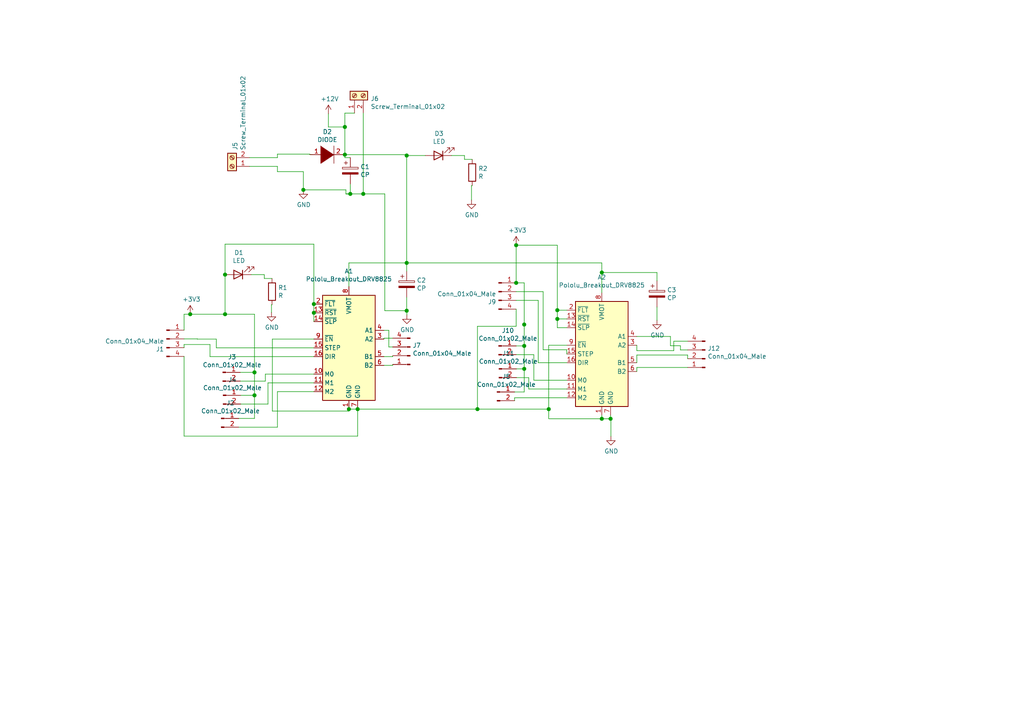
<source format=kicad_sch>
(kicad_sch (version 20200828) (generator eeschema)
  (page 1 1)
  (paper "A4")
  (lib_symbols
    (symbol "Connector:Conn_01x02_Male" (pin_names (offset 1.016) hide)
      (property "Reference" "J" (at 0 2.54 0))
      (property "Value" "Conn_01x02_Male" (at 0 -5.08 0))
      (symbol "Conn_01x02_Male_1_1"
        (rectangle (start 0.8636 -2.413) (end 0 -2.667) (stroke (width 0.1524)) (fill (type outline)))
        (rectangle (start 0.8636 0.127) (end 0 -0.127) (stroke (width 0.1524)) (fill (type outline)))
        (polyline (pts (xy 1.27 -2.54) (xy 0.8636 -2.54)) (stroke (width 0.1524)))
        (polyline (pts (xy 1.27 0) (xy 0.8636 0)) (stroke (width 0.1524)))
        (pin passive line (at 5.08 0 180) (length 3.81) (name "Pin_1") (number "1"))
        (pin passive line (at 5.08 -2.54 180) (length 3.81) (name "Pin_2") (number "2"))
      )
    )
    (symbol "Connector:Conn_01x04_Male" (pin_names (offset 1.016) hide)
      (property "Reference" "J" (at 0 5.08 0))
      (property "Value" "Conn_01x04_Male" (at 0 -7.62 0))
      (symbol "Conn_01x04_Male_1_1"
        (rectangle (start 0.8636 -4.953) (end 0 -5.207) (stroke (width 0.1524)) (fill (type outline)))
        (rectangle (start 0.8636 -2.413) (end 0 -2.667) (stroke (width 0.1524)) (fill (type outline)))
        (rectangle (start 0.8636 0.127) (end 0 -0.127) (stroke (width 0.1524)) (fill (type outline)))
        (rectangle (start 0.8636 2.667) (end 0 2.413) (stroke (width 0.1524)) (fill (type outline)))
        (polyline (pts (xy 1.27 -5.08) (xy 0.8636 -5.08)) (stroke (width 0.1524)))
        (polyline (pts (xy 1.27 -2.54) (xy 0.8636 -2.54)) (stroke (width 0.1524)))
        (polyline (pts (xy 1.27 0) (xy 0.8636 0)) (stroke (width 0.1524)))
        (polyline (pts (xy 1.27 2.54) (xy 0.8636 2.54)) (stroke (width 0.1524)))
        (pin passive line (at 5.08 2.54 180) (length 3.81) (name "Pin_1") (number "1"))
        (pin passive line (at 5.08 0 180) (length 3.81) (name "Pin_2") (number "2"))
        (pin passive line (at 5.08 -2.54 180) (length 3.81) (name "Pin_3") (number "3"))
        (pin passive line (at 5.08 -5.08 180) (length 3.81) (name "Pin_4") (number "4"))
      )
    )
    (symbol "Connector:Screw_Terminal_01x02" (pin_names (offset 1.016) hide)
      (property "Reference" "J" (at 0 2.54 0))
      (property "Value" "Screw_Terminal_01x02" (at 0 -5.08 0))
      (symbol "Screw_Terminal_01x02_1_1"
        (circle (center 0 -2.54) (radius 0.635) (stroke (width 0.1524)))
        (circle (center 0 0) (radius 0.635) (stroke (width 0.1524)))
        (rectangle (start -1.27 1.27) (end 1.27 -3.81) (stroke (width 0.254)) (fill (type background)))
        (polyline (pts (xy -0.5334 -2.2098) (xy 0.3302 -3.048)) (stroke (width 0.1524)))
        (polyline (pts (xy -0.5334 0.3302) (xy 0.3302 -0.508)) (stroke (width 0.1524)))
        (polyline (pts (xy -0.3556 -2.032) (xy 0.508 -2.8702)) (stroke (width 0.1524)))
        (polyline (pts (xy -0.3556 0.508) (xy 0.508 -0.3302)) (stroke (width 0.1524)))
        (pin passive line (at -5.08 0 0) (length 3.81) (name "Pin_1") (number "1"))
        (pin passive line (at -5.08 -2.54 0) (length 3.81) (name "Pin_2") (number "2"))
      )
    )
    (symbol "Device:CP" (pin_numbers hide) (pin_names (offset 0.254))
      (property "Reference" "C" (at 0.635 2.54 0))
      (property "Value" "CP" (at 0.635 -2.54 0))
      (symbol "CP_0_1"
        (rectangle (start -2.286 0.508) (end 2.286 1.016))
        (rectangle (start 2.286 -0.508) (end -2.286 -1.016) (fill (type outline)))
        (polyline (pts (xy -1.778 2.286) (xy -0.762 2.286)))
        (polyline (pts (xy -1.27 2.794) (xy -1.27 1.778)))
      )
      (symbol "CP_1_1"
        (pin passive line (at 0 3.81 270) (length 2.794) (name "~") (number "1"))
        (pin passive line (at 0 -3.81 90) (length 2.794) (name "~") (number "2"))
      )
    )
    (symbol "Device:LED" (pin_numbers hide) (pin_names (offset 1.016) hide)
      (property "Reference" "D" (at 0 2.54 0))
      (property "Value" "LED" (at 0 -2.54 0))
      (symbol "LED_0_1"
        (polyline (pts (xy -1.27 -1.27) (xy -1.27 1.27)) (stroke (width 0.254)))
        (polyline (pts (xy -1.27 0) (xy 1.27 0)))
        (polyline (pts (xy 1.27 -1.27) (xy 1.27 1.27) (xy -1.27 0) (xy 1.27 -1.27)) (stroke (width 0.254)))
        (polyline (pts (xy -3.048 -0.762) (xy -4.572 -2.286) (xy -3.81 -2.286) (xy -4.572 -2.286) (xy -4.572 -1.524)))
        (polyline (pts (xy -1.778 -0.762) (xy -3.302 -2.286) (xy -2.54 -2.286) (xy -3.302 -2.286) (xy -3.302 -1.524)))
      )
      (symbol "LED_1_1"
        (pin passive line (at -3.81 0 0) (length 2.54) (name "K") (number "1"))
        (pin passive line (at 3.81 0 180) (length 2.54) (name "A") (number "2"))
      )
    )
    (symbol "Device:R" (pin_numbers hide) (pin_names (offset 0))
      (property "Reference" "R" (at 2.032 0 90))
      (property "Value" "R" (at 0 0 90))
      (symbol "R_0_1"
        (rectangle (start -1.016 -2.54) (end 1.016 2.54) (stroke (width 0.254)))
      )
      (symbol "R_1_1"
        (pin passive line (at 0 3.81 270) (length 1.27) (name "~") (number "1"))
        (pin passive line (at 0 -3.81 90) (length 1.27) (name "~") (number "2"))
      )
    )
    (symbol "Driver_Motor:Pololu_Breakout_DRV8825"
      (property "Reference" "A" (at -2.54 16.51 0))
      (property "Value" "Pololu_Breakout_DRV8825" (at -2.54 13.97 0))
      (symbol "Pololu_Breakout_DRV8825_0_1"
        (rectangle (start 7.62 -17.78) (end -7.62 12.7) (stroke (width 0.254)) (fill (type background)))
      )
      (symbol "Pololu_Breakout_DRV8825_1_1"
        (pin power_in line (at 0 -20.32 90) (length 2.54) (name "GND") (number "1"))
        (pin input line (at -10.16 -10.16 0) (length 2.54) (name "M0") (number "10"))
        (pin input line (at -10.16 -12.7 0) (length 2.54) (name "M1") (number "11"))
        (pin input line (at -10.16 -15.24 0) (length 2.54) (name "M2") (number "12"))
        (pin input line (at -10.16 7.62 0) (length 2.54) (name "~RST") (number "13"))
        (pin input line (at -10.16 5.08 0) (length 2.54) (name "~SLP") (number "14"))
        (pin input line (at -10.16 -2.54 0) (length 2.54) (name "STEP") (number "15"))
        (pin input line (at -10.16 -5.08 0) (length 2.54) (name "DIR") (number "16"))
        (pin output line (at -10.16 10.16 0) (length 2.54) (name "~FLT") (number "2"))
        (pin output line (at 10.16 0 180) (length 2.54) (name "A2") (number "3"))
        (pin output line (at 10.16 2.54 180) (length 2.54) (name "A1") (number "4"))
        (pin output line (at 10.16 -5.08 180) (length 2.54) (name "B1") (number "5"))
        (pin output line (at 10.16 -7.62 180) (length 2.54) (name "B2") (number "6"))
        (pin power_in line (at 2.54 -20.32 90) (length 2.54) (name "GND") (number "7"))
        (pin power_in line (at 0 15.24 270) (length 2.54) (name "VMOT") (number "8"))
        (pin input line (at -10.16 0 0) (length 2.54) (name "~EN") (number "9"))
      )
    )
    (symbol "power:+12V" (power) (pin_names (offset 0))
      (property "Value" "+12V" (at 0 3.556 0))
      (symbol "+12V_0_1"
        (polyline (pts (xy -0.762 1.27) (xy 0 2.54)))
        (polyline (pts (xy 0 0) (xy 0 2.54)))
        (polyline (pts (xy 0 2.54) (xy 0.762 1.27)))
      )
      (symbol "+12V_1_1"
        (pin power_in line (at 0 0 90) (length 0) hide (name "+12V") (number "1"))
      )
    )
    (symbol "power:+3V3" (power) (pin_names (offset 0))
      (property "Value" "+3V3" (at 0 3.556 0))
      (symbol "+3V3_0_1"
        (polyline (pts (xy -0.762 1.27) (xy 0 2.54)))
        (polyline (pts (xy 0 0) (xy 0 2.54)))
        (polyline (pts (xy 0 2.54) (xy 0.762 1.27)))
      )
      (symbol "+3V3_1_1"
        (pin power_in line (at 0 0 90) (length 0) hide (name "+3V3") (number "1"))
      )
    )
    (symbol "power:GND" (power) (pin_names (offset 0))
      (property "Value" "GND" (at 0 -3.81 0))
      (symbol "GND_0_1"
        (polyline (pts (xy 0 0) (xy 0 -1.27) (xy 1.27 -1.27) (xy 0 -2.54) (xy -1.27 -1.27) (xy 0 -1.27)))
      )
      (symbol "GND_1_1"
        (pin power_in line (at 0 0 270) (length 0) hide (name "GND") (number "1"))
      )
    )
    (symbol "pspice:DIODE" (pin_names (offset 1.016) hide)
      (property "Reference" "D" (at 0 3.81 0))
      (property "Value" "DIODE" (at 0 -4.445 0))
      (symbol "DIODE_0_1"
        (polyline (pts (xy 1.905 2.54) (xy 1.905 -2.54)))
        (polyline (pts (xy -1.905 2.54) (xy -1.905 -2.54) (xy 1.905 0)) (fill (type outline)))
      )
      (symbol "DIODE_1_1"
        (pin input line (at -5.08 0 0) (length 3.81) (name "K") (number "1"))
        (pin input line (at 5.08 0 180) (length 3.81) (name "A") (number "2"))
      )
    )
  )
  (junction (at 55.1688 91.1352) (diameter 1.016))
  (junction (at 65.278 79.6544) (diameter 1.016))
  (junction (at 65.278 91.1352) (diameter 1.016))
  (junction (at 73.8124 108.0008) (diameter 1.016))
  (junction (at 73.8124 114.6556) (diameter 1.016))
  (junction (at 87.9856 55.0672) (diameter 1.016))
  (junction (at 91.0336 88.1888) (diameter 1.016))
  (junction (at 91.0336 90.7288) (diameter 1.016))
  (junction (at 100.0252 36.83) (diameter 1.016))
  (junction (at 100.0252 44.8564) (diameter 1.016))
  (junction (at 101.1936 118.6688) (diameter 1.016))
  (junction (at 101.6 56.2356) (diameter 1.016))
  (junction (at 103.7336 118.6688) (diameter 1.016))
  (junction (at 105.3592 56.2356) (diameter 1.016))
  (junction (at 117.9576 45.1104) (diameter 1.016))
  (junction (at 117.9576 76.2508) (diameter 1.016))
  (junction (at 117.9576 90.1192) (diameter 1.016))
  (junction (at 138.4808 118.6688) (diameter 1.016))
  (junction (at 149.7076 71.12) (diameter 1.016))
  (junction (at 149.7076 82.042) (diameter 1.016))
  (junction (at 152.0444 94.1324) (diameter 1.016))
  (junction (at 152.0444 100.33) (diameter 1.016))
  (junction (at 152.0444 106.9848) (diameter 1.016))
  (junction (at 159.1564 118.6688) (diameter 1.016))
  (junction (at 161.6456 89.9668) (diameter 1.016))
  (junction (at 161.6456 92.5068) (diameter 1.016))
  (junction (at 174.5488 79.0448) (diameter 1.016))
  (junction (at 174.5488 121.4628) (diameter 1.016))
  (junction (at 177.0888 121.4628) (diameter 1.016))
  (wire (pts (xy 53.3908 91.1352) (xy 55.1688 91.1352)))
  (wire (pts (xy 53.3908 95.758) (xy 53.3908 91.1352)))
  (wire (pts (xy 53.3908 98.298) (xy 57.2516 98.298)))
  (wire (pts (xy 53.3908 99.9236) (xy 53.3908 100.838)))
  (wire (pts (xy 53.3908 99.9236) (xy 60.9092 99.9236)))
  (wire (pts (xy 53.3908 103.378) (xy 53.3908 126.492)))
  (wire (pts (xy 53.3908 126.492) (xy 103.7336 126.492)))
  (wire (pts (xy 55.1688 91.1352) (xy 65.278 91.1352)))
  (wire (pts (xy 57.2516 98.298) (xy 57.2516 98.3488)))
  (wire (pts (xy 57.2516 98.3488) (xy 62.738 98.3488)))
  (wire (pts (xy 60.9092 103.4288) (xy 60.9092 99.9236)))
  (wire (pts (xy 62.738 100.8888) (xy 62.738 98.3488)))
  (wire (pts (xy 65.278 70.8152) (xy 65.278 79.6544)))
  (wire (pts (xy 65.278 79.6544) (xy 65.278 91.1352)))
  (wire (pts (xy 65.278 91.1352) (xy 73.8124 91.1352)))
  (wire (pts (xy 69.2404 121.3612) (xy 73.8124 121.3612)))
  (wire (pts (xy 69.6976 108.0008) (xy 73.8124 108.0008)))
  (wire (pts (xy 69.7992 114.6556) (xy 73.8124 114.6556)))
  (wire (pts (xy 69.7992 117.1956) (xy 77.724 117.1956)))
  (wire (pts (xy 72.39 45.72) (xy 80.4672 45.72)))
  (wire (pts (xy 72.898 79.6544) (xy 76.6572 79.6544)))
  (wire (pts (xy 73.8124 91.1352) (xy 73.8124 108.0008)))
  (wire (pts (xy 73.8124 108.0008) (xy 73.8124 114.6556)))
  (wire (pts (xy 73.8124 114.6556) (xy 73.8124 121.3612)))
  (wire (pts (xy 76.6572 79.6544) (xy 76.6572 80.772)))
  (wire (pts (xy 76.962 108.5088) (xy 76.962 110.5408)))
  (wire (pts (xy 76.962 110.5408) (xy 69.6976 110.5408)))
  (wire (pts (xy 77.724 111.0488) (xy 91.0336 111.0488)))
  (wire (pts (xy 77.724 117.1956) (xy 77.724 111.0488)))
  (wire (pts (xy 78.74 88.392) (xy 78.8924 88.392)))
  (wire (pts (xy 78.74 90.6272) (xy 78.74 88.392)))
  (wire (pts (xy 78.8924 80.772) (xy 76.6572 80.772)))
  (wire (pts (xy 78.994 98.3488) (xy 78.994 119.2276)))
  (wire (pts (xy 78.994 119.2276) (xy 101.1936 119.2276)))
  (wire (pts (xy 80.4672 44.704) (xy 89.8652 44.704)))
  (wire (pts (xy 80.4672 45.72) (xy 80.4672 44.704)))
  (wire (pts (xy 80.4672 48.26) (xy 72.39 48.26)))
  (wire (pts (xy 80.4672 49.784) (xy 80.4672 48.26)))
  (wire (pts (xy 80.4672 49.784) (xy 87.9856 49.784)))
  (wire (pts (xy 80.4672 113.5888) (xy 80.4672 123.9012)))
  (wire (pts (xy 80.4672 123.9012) (xy 69.2404 123.9012)))
  (wire (pts (xy 87.9856 49.784) (xy 87.9856 55.0672)))
  (wire (pts (xy 87.9856 55.0672) (xy 100.33 55.0672)))
  (wire (pts (xy 89.8652 44.704) (xy 89.8652 44.8564)))
  (wire (pts (xy 90.5764 44.8564) (xy 89.8652 44.8564)))
  (wire (pts (xy 91.0336 70.8152) (xy 65.278 70.8152)))
  (wire (pts (xy 91.0336 88.1888) (xy 91.0336 70.8152)))
  (wire (pts (xy 91.0336 88.1888) (xy 91.0336 90.7288)))
  (wire (pts (xy 91.0336 90.7288) (xy 91.0336 93.2688)))
  (wire (pts (xy 91.0336 98.3488) (xy 78.994 98.3488)))
  (wire (pts (xy 91.0336 100.8888) (xy 62.738 100.8888)))
  (wire (pts (xy 91.0336 103.4288) (xy 60.9092 103.4288)))
  (wire (pts (xy 91.0336 108.5088) (xy 76.962 108.5088)))
  (wire (pts (xy 91.0336 113.5888) (xy 80.4672 113.5888)))
  (wire (pts (xy 95.25 33.02) (xy 95.25 36.83)))
  (wire (pts (xy 95.25 36.83) (xy 100.0252 36.83)))
  (wire (pts (xy 100.0252 32.8168) (xy 102.8192 32.8168)))
  (wire (pts (xy 100.0252 36.83) (xy 100.0252 32.8168)))
  (wire (pts (xy 100.0252 44.8564) (xy 100.0252 36.83)))
  (wire (pts (xy 100.0252 44.8564) (xy 117.9576 44.8564)))
  (wire (pts (xy 100.0252 45.72) (xy 100.0252 44.8564)))
  (wire (pts (xy 100.33 56.2356) (xy 100.33 55.0672)))
  (wire (pts (xy 101.1936 76.2508) (xy 117.9576 76.2508)))
  (wire (pts (xy 101.1936 83.1088) (xy 101.1936 76.2508)))
  (wire (pts (xy 101.1936 118.6688) (xy 103.7336 118.6688)))
  (wire (pts (xy 101.1936 119.2276) (xy 101.1936 118.6688)))
  (wire (pts (xy 101.6 45.72) (xy 100.0252 45.72)))
  (wire (pts (xy 101.6 53.34) (xy 101.6 56.2356)))
  (wire (pts (xy 101.6 56.2356) (xy 100.33 56.2356)))
  (wire (pts (xy 101.6 56.2356) (xy 100.33 56.2356)))
  (wire (pts (xy 103.7336 118.6688) (xy 138.4808 118.6688)))
  (wire (pts (xy 103.7336 126.492) (xy 103.7336 118.6688)))
  (wire (pts (xy 105.3592 32.8168) (xy 105.3592 56.2356)))
  (wire (pts (xy 105.3592 56.2356) (xy 101.6 56.2356)))
  (wire (pts (xy 105.3592 56.2356) (xy 111.6076 56.2356)))
  (wire (pts (xy 111.3536 98.0948) (xy 111.3536 98.3488)))
  (wire (pts (xy 111.3536 103.4288) (xy 113.8936 103.4288)))
  (wire (pts (xy 111.3536 105.9688) (xy 113.8936 105.9688)))
  (wire (pts (xy 111.6076 56.2356) (xy 111.6076 90.1192)))
  (wire (pts (xy 111.6076 90.1192) (xy 117.9576 90.1192)))
  (wire (pts (xy 112.776 95.8088) (xy 111.3536 95.8088)))
  (wire (pts (xy 112.776 95.8088) (xy 112.776 100.6348)))
  (wire (pts (xy 112.776 100.6348) (xy 113.8936 100.6348)))
  (wire (pts (xy 113.8936 98.0948) (xy 111.3536 98.0948)))
  (wire (pts (xy 113.8936 103.4288) (xy 113.8936 103.1748)))
  (wire (pts (xy 113.8936 105.9688) (xy 113.8936 105.7148)))
  (wire (pts (xy 117.9576 44.8564) (xy 117.9576 45.1104)))
  (wire (pts (xy 117.9576 45.1104) (xy 117.9576 76.2508)))
  (wire (pts (xy 117.9576 76.2508) (xy 117.9576 78.6384)))
  (wire (pts (xy 117.9576 76.2508) (xy 174.5488 76.2508)))
  (wire (pts (xy 117.9576 86.2584) (xy 117.9576 90.1192)))
  (wire (pts (xy 118.0084 90.1192) (xy 117.9576 90.1192)))
  (wire (pts (xy 118.0084 91.3384) (xy 118.0084 90.1192)))
  (wire (pts (xy 123.3424 45.1104) (xy 117.9576 45.1104)))
  (wire (pts (xy 130.9624 45.1104) (xy 134.7216 45.1104)))
  (wire (pts (xy 134.7216 45.1104) (xy 134.7216 46.228)))
  (wire (pts (xy 136.7536 53.848) (xy 136.9568 53.848)))
  (wire (pts (xy 136.7536 58.0136) (xy 136.7536 53.848)))
  (wire (pts (xy 136.9568 46.228) (xy 134.7216 46.228)))
  (wire (pts (xy 138.4808 94.6404) (xy 138.4808 118.6688)))
  (wire (pts (xy 138.4808 118.6688) (xy 159.1564 118.6688)))
  (wire (pts (xy 149.2504 113.6904) (xy 152.0444 113.6904)))
  (wire (pts (xy 149.2504 115.3668) (xy 149.2504 116.2304)))
  (wire (pts (xy 149.7076 71.12) (xy 149.7076 82.042)))
  (wire (pts (xy 149.7076 87.122) (xy 156.1084 87.122)))
  (wire (pts (xy 149.7076 89.662) (xy 149.7076 94.6404)))
  (wire (pts (xy 149.7076 94.6404) (xy 138.4808 94.6404)))
  (wire (pts (xy 149.7076 100.33) (xy 152.0444 100.33)))
  (wire (pts (xy 149.8092 106.9848) (xy 152.0444 106.9848)))
  (wire (pts (xy 151.9936 94.1324) (xy 152.0444 94.1324)))
  (wire (pts (xy 152.0444 82.042) (xy 149.7076 82.042)))
  (wire (pts (xy 152.0444 94.1324) (xy 152.0444 82.042)))
  (wire (pts (xy 152.0444 100.33) (xy 152.0444 94.1324)))
  (wire (pts (xy 152.0444 106.9848) (xy 152.0444 100.33)))
  (wire (pts (xy 152.0444 113.6904) (xy 152.0444 106.9848)))
  (wire (pts (xy 153.3652 109.5248) (xy 149.8092 109.5248)))
  (wire (pts (xy 153.3652 112.8268) (xy 153.3652 109.5248)))
  (wire (pts (xy 153.3652 112.8268) (xy 164.3888 112.8268)))
  (wire (pts (xy 154.8384 102.87) (xy 149.7076 102.87)))
  (wire (pts (xy 154.8384 110.2868) (xy 154.8384 102.87)))
  (wire (pts (xy 156.1084 87.122) (xy 156.1084 105.2068)))
  (wire (pts (xy 156.1084 105.2068) (xy 164.3888 105.2068)))
  (wire (pts (xy 157.5308 84.582) (xy 149.7076 84.582)))
  (wire (pts (xy 157.5308 101.4476) (xy 157.5308 84.582)))
  (wire (pts (xy 159.1564 100.1268) (xy 159.1564 118.6688)))
  (wire (pts (xy 159.1564 118.6688) (xy 159.1564 121.4628)))
  (wire (pts (xy 159.1564 121.4628) (xy 174.5488 121.4628)))
  (wire (pts (xy 161.6456 71.12) (xy 149.7076 71.12)))
  (wire (pts (xy 161.6456 89.9668) (xy 161.6456 71.12)))
  (wire (pts (xy 161.6456 89.9668) (xy 161.6456 92.5068)))
  (wire (pts (xy 161.6456 92.5068) (xy 164.3888 92.5068)))
  (wire (pts (xy 161.6456 95.0468) (xy 161.6456 92.5068)))
  (wire (pts (xy 164.3888 89.9668) (xy 161.6456 89.9668)))
  (wire (pts (xy 164.3888 95.0468) (xy 161.6456 95.0468)))
  (wire (pts (xy 164.3888 100.1268) (xy 159.1564 100.1268)))
  (wire (pts (xy 164.3888 101.4476) (xy 157.5308 101.4476)))
  (wire (pts (xy 164.3888 102.6668) (xy 164.3888 101.4476)))
  (wire (pts (xy 164.3888 110.2868) (xy 154.8384 110.2868)))
  (wire (pts (xy 164.3888 115.3668) (xy 149.2504 115.3668)))
  (wire (pts (xy 174.5488 79.0448) (xy 174.5488 76.2508)))
  (wire (pts (xy 174.5488 79.0448) (xy 174.5488 84.8868)))
  (wire (pts (xy 174.5488 79.0448) (xy 190.5508 79.0448)))
  (wire (pts (xy 174.5488 120.4468) (xy 174.5488 121.4628)))
  (wire (pts (xy 174.5488 121.4628) (xy 177.0888 121.4628)))
  (wire (pts (xy 177.0888 120.4468) (xy 177.0888 121.4628)))
  (wire (pts (xy 177.1904 121.4628) (xy 177.0888 121.4628)))
  (wire (pts (xy 177.1904 126.5428) (xy 177.1904 121.4628)))
  (wire (pts (xy 184.7088 100.1268) (xy 184.7088 101.7016)))
  (wire (pts (xy 184.7088 101.7016) (xy 195.4276 101.7016)))
  (wire (pts (xy 184.7088 102.9716) (xy 184.7088 105.2068)))
  (wire (pts (xy 184.7088 102.9716) (xy 199.4408 102.9716)))
  (wire (pts (xy 184.7088 106.5784) (xy 184.7088 107.7468)))
  (wire (pts (xy 190.5508 79.0448) (xy 190.5508 81.4324)))
  (wire (pts (xy 190.5508 89.0524) (xy 190.5508 92.9132)))
  (wire (pts (xy 194.4624 97.5868) (xy 184.7088 97.5868)))
  (wire (pts (xy 194.4624 100.2792) (xy 194.4624 97.5868)))
  (wire (pts (xy 195.4276 98.9584) (xy 199.4408 98.9584)))
  (wire (pts (xy 195.4276 101.7016) (xy 195.4276 98.9584)))
  (wire (pts (xy 197.358 100.2792) (xy 194.4624 100.2792)))
  (wire (pts (xy 197.358 101.4984) (xy 197.358 100.2792)))
  (wire (pts (xy 199.4408 101.4984) (xy 197.358 101.4984)))
  (wire (pts (xy 199.4408 102.9716) (xy 199.4408 104.0384)))
  (wire (pts (xy 199.4408 106.5784) (xy 184.7088 106.5784)))
  (symbol (lib_id "power:+3V3") (at 55.1688 91.1352 0) (unit 1)
    (property "Reference" "#PWR0104" (effects hide))
    (property "Value" "+3V3" (at 55.5371 86.8108 0))
  )
  (symbol (lib_id "power:+12V") (at 95.25 33.02 0) (unit 1)
    (property "Reference" "#PWR0108" (effects hide))
    (property "Value" "+12V" (at 95.6183 28.6956 0))
  )
  (symbol (lib_id "power:+3V3") (at 149.7076 71.12 0) (unit 1)
    (property "Reference" "#PWR0105" (effects hide))
    (property "Value" "+3V3" (at 150.0759 66.7956 0))
  )
  (symbol (lib_id "power:GND") (at 78.74 90.6272 0) (unit 1)
    (property "Reference" "#PWR0103" (effects hide))
    (property "Value" "GND" (at 78.8543 94.9516 0))
  )
  (symbol (lib_id "power:GND") (at 87.9856 55.0672 0) (unit 1)
    (property "Reference" "#PWR0107" (effects hide))
    (property "Value" "GND" (at 88.0999 59.3916 0))
  )
  (symbol (lib_id "power:GND") (at 118.0084 91.3384 0) (unit 1)
    (property "Reference" "#PWR0102" (effects hide))
    (property "Value" "GND" (at 118.1227 95.6628 0))
  )
  (symbol (lib_id "power:GND") (at 136.7536 58.0136 0) (unit 1)
    (property "Reference" "#PWR0106" (effects hide))
    (property "Value" "GND" (at 136.8679 62.338 0))
  )
  (symbol (lib_id "power:GND") (at 177.1904 126.5428 0) (unit 1)
    (property "Reference" "#PWR0109" (effects hide))
    (property "Value" "GND" (at 177.3047 130.8672 0))
  )
  (symbol (lib_id "power:GND") (at 190.5508 92.9132 0) (unit 1)
    (property "Reference" "#PWR0101" (effects hide))
    (property "Value" "GND" (at 190.6651 97.2376 0))
  )
  (symbol (lib_id "Device:R") (at 78.8924 84.582 0) (unit 1)
    (property "Reference" "R1" (at 80.6705 83.4326 0) (effects (justify left)))
    (property "Value" "R" (at 80.6705 85.7313 0) (effects (justify left)))
    (property "Footprint" "Resistor_SMD:R_0805_2012Metric_Pad1.15x1.40mm_HandSolder" (effects hide))
  )
  (symbol (lib_id "Device:R") (at 136.9568 50.038 0) (unit 1)
    (property "Reference" "R2" (at 138.7349 48.8886 0) (effects (justify left)))
    (property "Value" "R" (at 138.7349 51.1873 0) (effects (justify left)))
    (property "Footprint" "Resistor_SMD:R_0805_2012Metric_Pad1.15x1.40mm_HandSolder" (effects hide))
  )
  (symbol (lib_id "Connector:Conn_01x02_Male") (at 64.1604 121.3612 0) (unit 1)
    (property "Reference" "J2" (at 66.8528 116.897 0))
    (property "Value" "Conn_01x02_Male" (at 66.8528 119.1957 0))
    (property "Footprint" "Connector_PinSocket_2.54mm:PinSocket_1x02_P2.54mm_Vertical" (effects hide))
  )
  (symbol (lib_id "Connector:Conn_01x02_Male") (at 64.6176 108.0008 0) (unit 1)
    (property "Reference" "J3" (at 67.31 103.5366 0))
    (property "Value" "Conn_01x02_Male" (at 67.31 105.8353 0))
    (property "Footprint" "Connector_PinSocket_2.54mm:PinSocket_1x02_P2.54mm_Vertical" (effects hide))
  )
  (symbol (lib_id "Connector:Conn_01x02_Male") (at 64.7192 114.6556 0) (unit 1)
    (property "Reference" "J4" (at 67.4116 110.1914 0))
    (property "Value" "Conn_01x02_Male" (at 67.4116 112.4901 0))
    (property "Footprint" "Connector_PinSocket_2.54mm:PinSocket_1x02_P2.54mm_Vertical" (effects hide))
  )
  (symbol (lib_id "Connector:Conn_01x02_Male") (at 144.1704 113.6904 0) (unit 1)
    (property "Reference" "J8" (at 146.8628 109.2262 0))
    (property "Value" "Conn_01x02_Male" (at 146.8628 111.5249 0))
    (property "Footprint" "Connector_PinSocket_2.54mm:PinSocket_1x02_P2.54mm_Vertical" (effects hide))
  )
  (symbol (lib_id "Connector:Conn_01x02_Male") (at 144.6276 100.33 0) (unit 1)
    (property "Reference" "J10" (at 147.32 95.8658 0))
    (property "Value" "Conn_01x02_Male" (at 147.32 98.1645 0))
    (property "Footprint" "Connector_PinSocket_2.54mm:PinSocket_1x02_P2.54mm_Vertical" (effects hide))
  )
  (symbol (lib_id "Connector:Conn_01x02_Male") (at 144.7292 106.9848 0) (unit 1)
    (property "Reference" "J11" (at 147.4216 102.5206 0))
    (property "Value" "Conn_01x02_Male" (at 147.4216 104.8193 0))
    (property "Footprint" "Connector_PinSocket_2.54mm:PinSocket_1x02_P2.54mm_Vertical" (effects hide))
  )
  (symbol (lib_id "Device:LED") (at 69.088 79.6544 180) (unit 1)
    (property "Reference" "D1" (at 69.2785 73.2852 0))
    (property "Value" "LED" (at 69.2785 75.5839 0))
    (property "Footprint" "LED_THT:LED_D4.0mm" (effects hide))
  )
  (symbol (lib_id "Device:LED") (at 127.1524 45.1104 180) (unit 1)
    (property "Reference" "D3" (at 127.3429 38.7412 0))
    (property "Value" "LED" (at 127.3429 41.0399 0))
    (property "Footprint" "LED_THT:LED_D4.0mm" (effects hide))
  )
  (symbol (lib_id "Connector:Screw_Terminal_01x02") (at 67.31 48.26 180) (unit 1)
    (property "Reference" "J5" (at 68.1926 43.5863 90) (effects (justify right)))
    (property "Value" "Screw_Terminal_01x02" (at 70.4913 43.5863 90) (effects (justify right)))
    (property "Footprint" "TerminalBlock:TerminalBlock_Altech_AK300-2_P5.00mm" (effects hide))
  )
  (symbol (lib_id "Connector:Screw_Terminal_01x02") (at 102.8192 27.7368 90) (unit 1)
    (property "Reference" "J6" (at 107.4929 28.6194 90) (effects (justify right)))
    (property "Value" "Screw_Terminal_01x02" (at 107.4929 30.9181 90) (effects (justify right)))
    (property "Footprint" "TerminalBlock:TerminalBlock_Altech_AK300-2_P5.00mm" (effects hide))
  )
  (symbol (lib_id "Device:CP") (at 101.6 49.53 0) (unit 1)
    (property "Reference" "C1" (at 104.5211 48.3806 0) (effects (justify left)))
    (property "Value" "CP" (at 104.5211 50.6793 0) (effects (justify left)))
    (property "Footprint" "Capacitor_THT:CP_Radial_D8.0mm_P2.50mm" (effects hide))
  )
  (symbol (lib_id "Device:CP") (at 117.9576 82.4484 0) (unit 1)
    (property "Reference" "C2" (at 120.8787 81.299 0) (effects (justify left)))
    (property "Value" "CP" (at 120.8787 83.5977 0) (effects (justify left)))
    (property "Footprint" "Capacitor_THT:CP_Radial_D5.0mm_P2.50mm" (effects hide))
  )
  (symbol (lib_id "Device:CP") (at 190.5508 85.2424 0) (unit 1)
    (property "Reference" "C3" (at 193.4719 84.093 0) (effects (justify left)))
    (property "Value" "CP" (at 193.4719 86.3917 0) (effects (justify left)))
    (property "Footprint" "Capacitor_THT:CP_Radial_D5.0mm_P2.50mm" (effects hide))
  )
  (symbol (lib_id "Connector:Conn_01x04_Male") (at 48.3108 98.298 0) (unit 1)
    (property "Reference" "J1" (at 47.5995 101.2762 0) (effects (justify right)))
    (property "Value" "Conn_01x04_Male" (at 47.5995 98.9775 0) (effects (justify right)))
    (property "Footprint" "Connector_PinSocket_2.54mm:PinSocket_1x04_P2.54mm_Vertical" (effects hide))
  )
  (symbol (lib_id "Connector:Conn_01x04_Male") (at 118.9736 103.1748 180) (unit 1)
    (property "Reference" "J7" (at 119.6849 100.1966 0) (effects (justify right)))
    (property "Value" "Conn_01x04_Male" (at 119.6849 102.4953 0) (effects (justify right)))
    (property "Footprint" "TerminalBlock:TerminalBlock_bornier-4_P5.08mm" (effects hide))
  )
  (symbol (lib_id "Connector:Conn_01x04_Male") (at 144.6276 84.582 0) (unit 1)
    (property "Reference" "J9" (at 143.9163 87.5602 0) (effects (justify right)))
    (property "Value" "Conn_01x04_Male" (at 143.9163 85.2615 0) (effects (justify right)))
    (property "Footprint" "Connector_PinSocket_2.54mm:PinSocket_1x04_P2.54mm_Vertical" (effects hide))
  )
  (symbol (lib_id "Connector:Conn_01x04_Male") (at 204.5208 104.0384 180) (unit 1)
    (property "Reference" "J12" (at 205.2321 101.0602 0) (effects (justify right)))
    (property "Value" "Conn_01x04_Male" (at 205.2321 103.3589 0) (effects (justify right)))
    (property "Footprint" "TerminalBlock:TerminalBlock_bornier-4_P5.08mm" (effects hide))
  )
  (symbol (lib_id "pspice:DIODE") (at 94.9452 44.8564 0) (unit 1)
    (property "Reference" "D2" (at 94.9452 38.2332 0))
    (property "Value" "DIODE" (at 94.9452 40.5319 0))
    (property "Footprint" "Diode_THT:D_5W_P10.16mm_Horizontal" (effects hide))
  )
  (symbol (lib_id "Driver_Motor:Pololu_Breakout_DRV8825") (at 101.1936 98.3488 0) (unit 1)
    (property "Reference" "A1" (at 101.1936 78.6446 0))
    (property "Value" "Pololu_Breakout_DRV8825" (at 101.1936 80.9433 0))
    (property "Footprint" "Module:Pololu_Breakout-16_15.2x20.3mm" (effects hide))
    (property "Datasheet" "https://www.pololu.com/product/2982" (effects hide))
  )
  (symbol (lib_id "Driver_Motor:Pololu_Breakout_DRV8825") (at 174.5488 100.1268 0) (unit 1)
    (property "Reference" "A2" (at 174.5488 80.4226 0))
    (property "Value" "Pololu_Breakout_DRV8825" (at 174.5488 82.7213 0))
    (property "Footprint" "Module:Pololu_Breakout-16_15.2x20.3mm" (effects hide))
    (property "Datasheet" "https://www.pololu.com/product/2982" (effects hide))
  )
)
</source>
